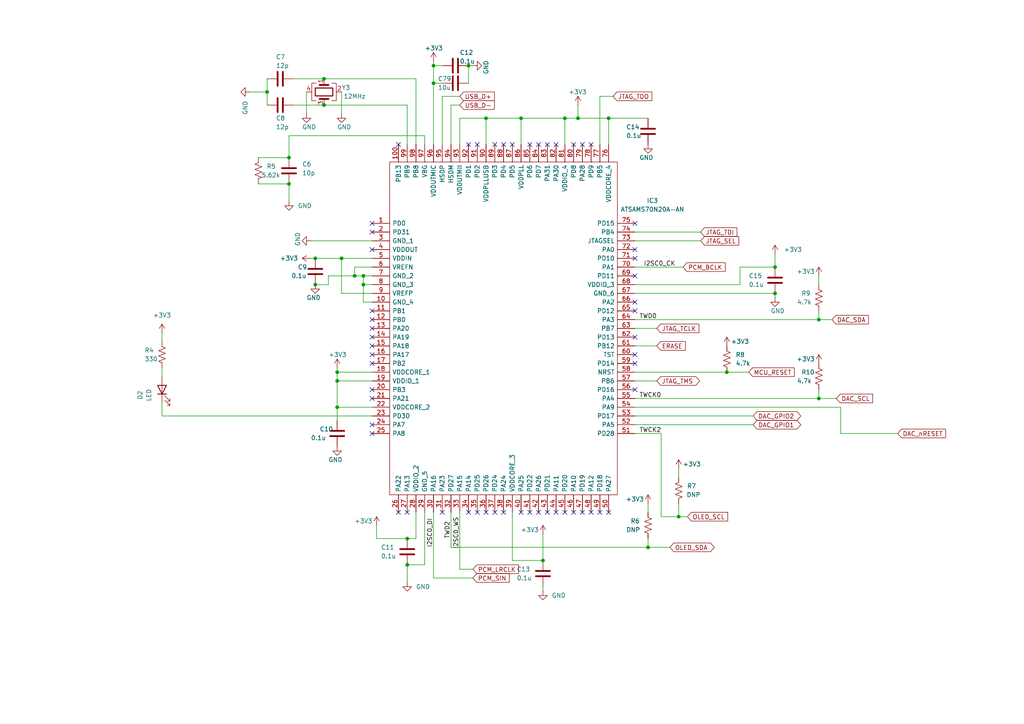
<source format=kicad_sch>
(kicad_sch (version 20211123) (generator eeschema)
  (paper "A4")
  (title_block (title "PIC32 Interface"))
  (lib_symbols
    (symbol "Device:C" (pin_numbers hide) (pin_names (offset 0.254))
      (property "Reference" "C" (at 0.635 2.54 0))
      (property "Value" "C" (at 0.635 -2.54 0))
      (symbol "C_0_1"
        (polyline (pts (xy -2.032 -0.762) (xy 2.032 -0.762)) (stroke (width 0.508)))
        (polyline (pts (xy -2.032 0.762) (xy 2.032 0.762)) (stroke (width 0.508)))
      )
      (symbol "C_1_1"
        (pin passive line (at 0 3.81 270) (length 2.794) (name "~") (number "1"))
        (pin passive line (at 0 -3.81 90) (length 2.794) (name "~") (number "2"))
      )
    )
    (symbol "Device:Crystal_GND24" (pin_names (offset 1.016) hide)
      (property "Reference" "Y" (at 3.175 5.08 0))
      (property "Value" "Crystal_GND24" (at 3.175 3.175 0))
      (symbol "Crystal_GND24_0_1"
        (rectangle (start -1.143 2.54) (end 1.143 -2.54) (stroke (width 0.3048)))
        (polyline (pts (xy -2.54 0) (xy -2.032 0)))
        (polyline (pts (xy -2.032 -1.27) (xy -2.032 1.27)) (stroke (width 0.508)))
        (polyline (pts (xy 0 -3.81) (xy 0 -3.556)))
        (polyline (pts (xy 0 3.556) (xy 0 3.81)))
        (polyline (pts (xy 2.032 -1.27) (xy 2.032 1.27)) (stroke (width 0.508)))
        (polyline (pts (xy 2.032 0) (xy 2.54 0)))
        (polyline (pts (xy -2.54 -2.286) (xy -2.54 -3.556) (xy 2.54 -3.556) (xy 2.54 -2.286)))
        (polyline (pts (xy -2.54 2.286) (xy -2.54 3.556) (xy 2.54 3.556) (xy 2.54 2.286)))
      )
      (symbol "Crystal_GND24_1_1"
        (pin passive line (at -3.81 0 0) (length 1.27) (name "1") (number "1"))
        (pin passive line (at 0 5.08 270) (length 1.27) (name "2") (number "2"))
        (pin passive line (at 3.81 0 180) (length 1.27) (name "3") (number "3"))
        (pin passive line (at 0 -5.08 90) (length 1.27) (name "4") (number "4"))
      )
    )
    (symbol "Device:LED" (pin_numbers hide) (pin_names (offset 1.016) hide)
      (property "Reference" "D" (at 0 2.54 0))
      (property "Value" "LED" (at 0 -2.54 0))
      (symbol "LED_0_1"
        (polyline (pts (xy -1.27 -1.27) (xy -1.27 1.27)) (stroke (width 0.254)))
        (polyline (pts (xy -1.27 0) (xy 1.27 0)))
        (polyline (pts (xy 1.27 -1.27) (xy 1.27 1.27) (xy -1.27 0) (xy 1.27 -1.27)) (stroke (width 0.254)))
        (polyline (pts (xy -3.048 -0.762) (xy -4.572 -2.286) (xy -3.81 -2.286) (xy -4.572 -2.286) (xy -4.572 -1.524)))
        (polyline (pts (xy -1.778 -0.762) (xy -3.302 -2.286) (xy -2.54 -2.286) (xy -3.302 -2.286) (xy -3.302 -1.524)))
      )
      (symbol "LED_1_1"
        (pin passive line (at -3.81 0 0) (length 2.54) (name "K") (number "1"))
        (pin passive line (at 3.81 0 180) (length 2.54) (name "A") (number "2"))
      )
    )
    (symbol "Device:R_US" (pin_numbers hide) (pin_names (offset 0))
      (property "Reference" "R" (at 2.54 0 90))
      (property "Value" "R_US" (at -2.54 0 90))
      (symbol "R_US_0_1"
        (polyline (pts (xy 0 -2.286) (xy 0 -2.54)))
        (polyline (pts (xy 0 2.286) (xy 0 2.54)))
        (polyline (pts (xy 0 -0.762) (xy 1.016 -1.143) (xy 0 -1.524) (xy -1.016 -1.905) (xy 0 -2.286)))
        (polyline (pts (xy 0 0.762) (xy 1.016 0.381) (xy 0 0) (xy -1.016 -0.381) (xy 0 -0.762)))
        (polyline (pts (xy 0 2.286) (xy 1.016 1.905) (xy 0 1.524) (xy -1.016 1.143) (xy 0 0.762)))
      )
      (symbol "R_US_1_1"
        (pin passive line (at 0 3.81 270) (length 1.27) (name "~") (number "1"))
        (pin passive line (at 0 -3.81 90) (length 1.27) (name "~") (number "2"))
      )
    )
    (symbol "SamacSys_Parts:ATSAMS70N20A-AN" (pin_names (offset 0.762))
      (property "Reference" "IC" (at 72.39 22.86 0))
      (property "Value" "ATSAMS70N20A-AN" (at 72.39 20.32 0))
      (symbol "ATSAMS70N20A-AN_0_0"
        (pin passive line (at 0 0 0) (length 5.08) (name "PD0") (number "1"))
        (pin passive line (at 0 -22.86 0) (length 5.08) (name "GND_4") (number "10"))
        (pin passive line (at 7.62 22.86 270) (length 5.08) (name "PB13") (number "100"))
        (pin passive line (at 0 -25.4 0) (length 5.08) (name "PB1") (number "11"))
        (pin passive line (at 0 -27.94 0) (length 5.08) (name "PB0") (number "12"))
        (pin passive line (at 0 -30.48 0) (length 5.08) (name "PA20") (number "13"))
        (pin passive line (at 0 -33.02 0) (length 5.08) (name "PA19") (number "14"))
        (pin passive line (at 0 -35.56 0) (length 5.08) (name "PA18") (number "15"))
        (pin passive line (at 0 -38.1 0) (length 5.08) (name "PA17") (number "16"))
        (pin passive line (at 0 -40.64 0) (length 5.08) (name "PB2") (number "17"))
        (pin passive line (at 0 -43.18 0) (length 5.08) (name "VDDCORE_1") (number "18"))
        (pin passive line (at 0 -45.72 0) (length 5.08) (name "VDDIO_1") (number "19"))
        (pin passive line (at 0 -2.54 0) (length 5.08) (name "PD31") (number "2"))
        (pin passive line (at 0 -48.26 0) (length 5.08) (name "PB3") (number "20"))
        (pin passive line (at 0 -50.8 0) (length 5.08) (name "PA21") (number "21"))
        (pin passive line (at 0 -53.34 0) (length 5.08) (name "VDDCORE_2") (number "22"))
        (pin passive line (at 0 -55.88 0) (length 5.08) (name "PD30") (number "23"))
        (pin passive line (at 0 -58.42 0) (length 5.08) (name "PA7") (number "24"))
        (pin passive line (at 0 -60.96 0) (length 5.08) (name "PA8") (number "25"))
        (pin passive line (at 7.62 -83.82 90) (length 5.08) (name "PA22") (number "26"))
        (pin passive line (at 10.16 -83.82 90) (length 5.08) (name "PA13") (number "27"))
        (pin passive line (at 12.7 -83.82 90) (length 5.08) (name "VDDIO_2") (number "28"))
        (pin passive line (at 15.24 -83.82 90) (length 5.08) (name "GND_5") (number "29"))
        (pin passive line (at 0 -5.08 0) (length 5.08) (name "GND_1") (number "3"))
        (pin passive line (at 17.78 -83.82 90) (length 5.08) (name "PA16") (number "30"))
        (pin passive line (at 20.32 -83.82 90) (length 5.08) (name "PA23") (number "31"))
        (pin passive line (at 22.86 -83.82 90) (length 5.08) (name "PD27") (number "32"))
        (pin passive line (at 25.4 -83.82 90) (length 5.08) (name "PA15") (number "33"))
        (pin passive line (at 27.94 -83.82 90) (length 5.08) (name "PA14") (number "34"))
        (pin passive line (at 30.48 -83.82 90) (length 5.08) (name "PD25") (number "35"))
        (pin passive line (at 33.02 -83.82 90) (length 5.08) (name "PD26") (number "36"))
        (pin passive line (at 35.56 -83.82 90) (length 5.08) (name "PD24") (number "37"))
        (pin passive line (at 38.1 -83.82 90) (length 5.08) (name "PA24") (number "38"))
        (pin passive line (at 40.64 -83.82 90) (length 5.08) (name "VDDCORE_3") (number "39"))
        (pin passive line (at 0 -7.62 0) (length 5.08) (name "VDDOUT") (number "4"))
        (pin passive line (at 43.18 -83.82 90) (length 5.08) (name "PA25") (number "40"))
        (pin passive line (at 45.72 -83.82 90) (length 5.08) (name "PD22") (number "41"))
        (pin passive line (at 48.26 -83.82 90) (length 5.08) (name "PA26") (number "42"))
        (pin passive line (at 50.8 -83.82 90) (length 5.08) (name "PD21") (number "43"))
        (pin passive line (at 53.34 -83.82 90) (length 5.08) (name "PA11") (number "44"))
        (pin passive line (at 55.88 -83.82 90) (length 5.08) (name "PD20") (number "45"))
        (pin passive line (at 58.42 -83.82 90) (length 5.08) (name "PA10") (number "46"))
        (pin passive line (at 60.96 -83.82 90) (length 5.08) (name "PD19") (number "47"))
        (pin passive line (at 63.5 -83.82 90) (length 5.08) (name "PA12") (number "48"))
        (pin passive line (at 66.04 -83.82 90) (length 5.08) (name "PD18") (number "49"))
        (pin passive line (at 0 -10.16 0) (length 5.08) (name "VDDIN") (number "5"))
        (pin passive line (at 68.58 -83.82 90) (length 5.08) (name "PA27") (number "50"))
        (pin passive line (at 76.2 -60.96 180) (length 5.08) (name "PD28") (number "51"))
        (pin passive line (at 76.2 -58.42 180) (length 5.08) (name "PA5") (number "52"))
        (pin passive line (at 76.2 -55.88 180) (length 5.08) (name "PD17") (number "53"))
        (pin passive line (at 76.2 -53.34 180) (length 5.08) (name "PA9") (number "54"))
        (pin passive line (at 76.2 -50.8 180) (length 5.08) (name "PA4") (number "55"))
        (pin passive line (at 76.2 -48.26 180) (length 5.08) (name "PD16") (number "56"))
        (pin passive line (at 76.2 -45.72 180) (length 5.08) (name "PB6") (number "57"))
        (pin passive line (at 76.2 -43.18 180) (length 5.08) (name "NRST") (number "58"))
        (pin passive line (at 76.2 -40.64 180) (length 5.08) (name "PD14") (number "59"))
        (pin passive line (at 0 -12.7 0) (length 5.08) (name "VREFN") (number "6"))
        (pin passive line (at 76.2 -38.1 180) (length 5.08) (name "TST") (number "60"))
        (pin passive line (at 76.2 -35.56 180) (length 5.08) (name "PB12") (number "61"))
        (pin passive line (at 76.2 -33.02 180) (length 5.08) (name "PD13") (number "62"))
        (pin passive line (at 76.2 -30.48 180) (length 5.08) (name "PB7") (number "63"))
        (pin passive line (at 76.2 -27.94 180) (length 5.08) (name "PA3") (number "64"))
        (pin passive line (at 76.2 -25.4 180) (length 5.08) (name "PD12") (number "65"))
        (pin passive line (at 76.2 -22.86 180) (length 5.08) (name "PA2") (number "66"))
        (pin passive line (at 76.2 -20.32 180) (length 5.08) (name "GND_6") (number "67"))
        (pin passive line (at 76.2 -17.78 180) (length 5.08) (name "VDDIO_3") (number "68"))
        (pin passive line (at 76.2 -15.24 180) (length 5.08) (name "PD11") (number "69"))
        (pin passive line (at 0 -15.24 0) (length 5.08) (name "GND_2") (number "7"))
        (pin passive line (at 76.2 -12.7 180) (length 5.08) (name "PA1") (number "70"))
        (pin passive line (at 76.2 -10.16 180) (length 5.08) (name "PD10") (number "71"))
        (pin passive line (at 76.2 -7.62 180) (length 5.08) (name "PA0") (number "72"))
        (pin passive line (at 76.2 -5.08 180) (length 5.08) (name "JTAGSEL") (number "73"))
        (pin passive line (at 76.2 -2.54 180) (length 5.08) (name "PB4") (number "74"))
        (pin passive line (at 76.2 0 180) (length 5.08) (name "PD15") (number "75"))
        (pin passive line (at 68.58 22.86 270) (length 5.08) (name "VDDCORE_4") (number "76"))
        (pin passive line (at 66.04 22.86 270) (length 5.08) (name "PB5") (number "77"))
        (pin passive line (at 63.5 22.86 270) (length 5.08) (name "PD9") (number "78"))
        (pin passive line (at 60.96 22.86 270) (length 5.08) (name "PA28") (number "79"))
        (pin passive line (at 0 -17.78 0) (length 5.08) (name "GND_3") (number "8"))
        (pin passive line (at 58.42 22.86 270) (length 5.08) (name "PD8") (number "80"))
        (pin passive line (at 55.88 22.86 270) (length 5.08) (name "VDDIO_4") (number "81"))
        (pin passive line (at 53.34 22.86 270) (length 5.08) (name "PA30") (number "82"))
        (pin passive line (at 50.8 22.86 270) (length 5.08) (name "PA31") (number "83"))
        (pin passive line (at 48.26 22.86 270) (length 5.08) (name "PD7") (number "84"))
        (pin passive line (at 45.72 22.86 270) (length 5.08) (name "PD6") (number "85"))
        (pin passive line (at 43.18 22.86 270) (length 5.08) (name "VDDPLL") (number "86"))
        (pin passive line (at 40.64 22.86 270) (length 5.08) (name "PD5") (number "87"))
        (pin passive line (at 38.1 22.86 270) (length 5.08) (name "PD4") (number "88"))
        (pin passive line (at 35.56 22.86 270) (length 5.08) (name "PD3") (number "89"))
        (pin passive line (at 0 -20.32 0) (length 5.08) (name "VREFP") (number "9"))
        (pin passive line (at 33.02 22.86 270) (length 5.08) (name "VDDPLLUSB") (number "90"))
        (pin passive line (at 30.48 22.86 270) (length 5.08) (name "PD2") (number "91"))
        (pin passive line (at 27.94 22.86 270) (length 5.08) (name "PD1") (number "92"))
        (pin passive line (at 25.4 22.86 270) (length 5.08) (name "VDDUTMII") (number "93"))
        (pin passive line (at 22.86 22.86 270) (length 5.08) (name "HSDM") (number "94"))
        (pin passive line (at 20.32 22.86 270) (length 5.08) (name "HSDP") (number "95"))
        (pin passive line (at 17.78 22.86 270) (length 5.08) (name "VDDUTMIC") (number "96"))
        (pin passive line (at 15.24 22.86 270) (length 5.08) (name "VBG") (number "97"))
        (pin passive line (at 12.7 22.86 270) (length 5.08) (name "PB8") (number "98"))
        (pin passive line (at 10.16 22.86 270) (length 5.08) (name "PB9") (number "99"))
      )
      (symbol "ATSAMS70N20A-AN_0_1"
        (polyline (pts (xy 5.08 17.78) (xy 71.12 17.78) (xy 71.12 -78.74) (xy 5.08 -78.74) (xy 5.08 17.78)) (stroke (width 0.1524)))
      )
    )
    (symbol "power:+3.3V" (power) (pin_names (offset 0))
      (property "Value" "+3.3V" (at 0 3.556 0))
      (symbol "+3.3V_0_1"
        (polyline (pts (xy -0.762 1.27) (xy 0 2.54)))
        (polyline (pts (xy 0 0) (xy 0 2.54)))
        (polyline (pts (xy 0 2.54) (xy 0.762 1.27)))
      )
      (symbol "+3.3V_1_1"
        (pin power_in line (at 0 0 90) (length 0) hide (name "+3V3") (number "1"))
      )
    )
    (symbol "power:GND" (power) (pin_names (offset 0))
      (property "Value" "GND" (at 0 -3.81 0))
      (symbol "GND_0_1"
        (polyline (pts (xy 0 0) (xy 0 -1.27) (xy 1.27 -1.27) (xy 0 -2.54) (xy -1.27 -1.27) (xy 0 -1.27)))
      )
      (symbol "GND_1_1"
        (pin power_in line (at 0 0 270) (length 0) hide (name "GND") (number "1"))
      )
    )
  )
  (junction (at 102.87 80.01))
  (junction (at 167.64 34.29))
  (junction (at 196.85 149.86))
  (junction (at 93.98 22.86))
  (junction (at 105.41 82.55))
  (junction (at 118.11 163.83))
  (junction (at 105.41 80.01))
  (junction (at 97.79 110.49))
  (junction (at 224.79 77.47))
  (junction (at 163.83 34.29))
  (junction (at 125.73 19.05))
  (junction (at 97.79 118.11))
  (junction (at 125.73 24.13))
  (junction (at 135.89 19.05))
  (junction (at 237.49 115.57))
  (junction (at 157.48 162.56))
  (junction (at 176.53 34.29))
  (junction (at 187.96 158.75))
  (junction (at 83.82 53.34))
  (junction (at 237.49 92.71))
  (junction (at 83.82 45.72))
  (junction (at 77.47 26.67))
  (junction (at 224.79 85.09))
  (junction (at 140.97 34.29))
  (junction (at 99.06 74.93))
  (junction (at 91.44 74.93))
  (junction (at 118.11 156.21))
  (junction (at 97.79 107.95))
  (junction (at 210.82 107.95))
  (junction (at 93.98 30.48))
  (junction (at 91.44 82.55))
  (junction (at 151.13 34.29))
  (no_connect (at 107.95 125.73))
  (no_connect (at 107.95 123.19))
  (no_connect (at 107.95 100.33))
  (no_connect (at 107.95 92.71))
  (no_connect (at 107.95 115.57))
  (no_connect (at 107.95 105.41))
  (no_connect (at 107.95 102.87))
  (no_connect (at 107.95 95.25))
  (no_connect (at 107.95 97.79))
  (no_connect (at 115.57 41.91))
  (no_connect (at 107.95 64.77))
  (no_connect (at 107.95 67.31))
  (no_connect (at 161.29 41.91))
  (no_connect (at 158.75 41.91))
  (no_connect (at 153.67 41.91))
  (no_connect (at 138.43 41.91))
  (no_connect (at 171.45 41.91))
  (no_connect (at 168.91 41.91))
  (no_connect (at 166.37 41.91))
  (no_connect (at 184.15 64.77))
  (no_connect (at 184.15 90.17))
  (no_connect (at 156.21 41.91))
  (no_connect (at 148.59 41.91))
  (no_connect (at 146.05 41.91))
  (no_connect (at 143.51 41.91))
  (no_connect (at 135.89 41.91))
  (no_connect (at 184.15 80.01))
  (no_connect (at 184.15 87.63))
  (no_connect (at 184.15 72.39))
  (no_connect (at 184.15 74.93))
  (no_connect (at 161.29 148.59))
  (no_connect (at 158.75 148.59))
  (no_connect (at 156.21 148.59))
  (no_connect (at 153.67 148.59))
  (no_connect (at 151.13 148.59))
  (no_connect (at 163.83 148.59))
  (no_connect (at 168.91 148.59))
  (no_connect (at 166.37 148.59))
  (no_connect (at 176.53 148.59))
  (no_connect (at 173.99 148.59))
  (no_connect (at 171.45 148.59))
  (no_connect (at 184.15 102.87))
  (no_connect (at 184.15 97.79))
  (no_connect (at 184.15 105.41))
  (no_connect (at 184.15 113.03))
  (no_connect (at 140.97 148.59))
  (no_connect (at 143.51 148.59))
  (no_connect (at 146.05 148.59))
  (no_connect (at 107.95 90.17))
  (no_connect (at 107.95 72.39))
  (no_connect (at 135.89 148.59))
  (no_connect (at 128.27 148.59))
  (no_connect (at 118.11 148.59))
  (no_connect (at 115.57 148.59))
  (no_connect (at 138.43 148.59))
  (no_connect (at 107.95 113.03))
  (wire (pts (xy 128.27 27.94) (xy 133.35 27.94)))
  (wire (pts (xy 102.87 77.47) (xy 102.87 80.01)))
  (wire (pts (xy 109.22 156.21) (xy 109.22 152.4)))
  (wire (pts (xy 224.79 73.66) (xy 224.79 77.47)))
  (wire (pts (xy 88.9 26.67) (xy 88.9 33.02)))
  (wire (pts (xy 184.15 118.11) (xy 243.84 118.11)))
  (wire (pts (xy 90.17 74.93) (xy 91.44 74.93)))
  (wire (pts (xy 120.65 22.86) (xy 120.65 41.91)))
  (wire (pts (xy 151.13 34.29) (xy 151.13 41.91)))
  (wire (pts (xy 237.49 115.57) (xy 242.57 115.57)))
  (wire (pts (xy 97.79 106.68) (xy 97.79 107.95)))
  (wire (pts (xy 184.15 107.95) (xy 210.82 107.95)))
  (wire (pts (xy 93.98 22.86) (xy 85.09 22.86)))
  (wire (pts (xy 184.15 115.57) (xy 237.49 115.57)))
  (wire (pts (xy 167.64 30.48) (xy 167.64 34.29)))
  (wire (pts (xy 99.06 26.67) (xy 99.06 33.02)))
  (wire (pts (xy 187.96 146.05) (xy 187.96 148.59)))
  (wire (pts (xy 74.93 53.34) (xy 83.82 53.34)))
  (wire (pts (xy 137.16 167.64) (xy 125.73 167.64)))
  (wire (pts (xy 133.35 165.1) (xy 137.16 165.1)))
  (wire (pts (xy 74.93 45.72) (xy 83.82 45.72)))
  (wire (pts (xy 133.35 34.29) (xy 133.35 41.91)))
  (wire (pts (xy 184.15 82.55) (xy 214.63 82.55)))
  (wire (pts (xy 107.95 77.47) (xy 102.87 77.47)))
  (wire (pts (xy 46.99 116.84) (xy 46.99 120.65)))
  (wire (pts (xy 191.77 125.73) (xy 191.77 149.86)))
  (wire (pts (xy 184.15 92.71) (xy 237.49 92.71)))
  (wire (pts (xy 93.98 30.48) (xy 118.11 30.48)))
  (wire (pts (xy 184.15 120.65) (xy 218.44 120.65)))
  (wire (pts (xy 123.19 163.83) (xy 118.11 163.83)))
  (wire (pts (xy 243.84 125.73) (xy 260.35 125.73)))
  (wire (pts (xy 163.83 34.29) (xy 167.64 34.29)))
  (wire (pts (xy 191.77 149.86) (xy 196.85 149.86)))
  (wire (pts (xy 184.15 110.49) (xy 190.5 110.49)))
  (wire (pts (xy 123.19 41.91) (xy 123.19 39.37)))
  (wire (pts (xy 196.85 146.05) (xy 196.85 149.86)))
  (wire (pts (xy 102.87 80.01) (xy 95.25 80.01)))
  (wire (pts (xy 151.13 34.29) (xy 163.83 34.29)))
  (wire (pts (xy 214.63 82.55) (xy 214.63 77.47)))
  (wire (pts (xy 105.41 80.01) (xy 102.87 80.01)))
  (wire (pts (xy 90.17 69.85) (xy 107.95 69.85)))
  (wire (pts (xy 157.48 171.45) (xy 157.48 170.18)))
  (wire (pts (xy 97.79 110.49) (xy 97.79 118.11)))
  (wire (pts (xy 187.96 156.21) (xy 187.96 158.75)))
  (wire (pts (xy 128.27 19.05) (xy 125.73 19.05)))
  (wire (pts (xy 46.99 106.68) (xy 46.99 109.22)))
  (wire (pts (xy 99.06 74.93) (xy 107.95 74.93)))
  (wire (pts (xy 130.81 158.75) (xy 130.81 148.59)))
  (wire (pts (xy 140.97 34.29) (xy 140.97 41.91)))
  (wire (pts (xy 130.81 158.75) (xy 187.96 158.75)))
  (wire (pts (xy 163.83 34.29) (xy 163.83 41.91)))
  (wire (pts (xy 46.99 96.52) (xy 46.99 99.06)))
  (wire (pts (xy 125.73 24.13) (xy 125.73 41.91)))
  (wire (pts (xy 83.82 39.37) (xy 83.82 45.72)))
  (wire (pts (xy 77.47 26.67) (xy 77.47 30.48)))
  (wire (pts (xy 176.53 34.29) (xy 176.53 41.91)))
  (wire (pts (xy 95.25 80.01) (xy 95.25 82.55)))
  (wire (pts (xy 237.49 92.71) (xy 241.3 92.71)))
  (wire (pts (xy 125.73 167.64) (xy 125.73 148.59)))
  (wire (pts (xy 107.95 87.63) (xy 105.41 87.63)))
  (wire (pts (xy 173.99 41.91) (xy 173.99 27.94)))
  (wire (pts (xy 237.49 80.01) (xy 237.49 82.55)))
  (wire (pts (xy 214.63 77.47) (xy 224.79 77.47)))
  (wire (pts (xy 148.59 162.56) (xy 157.48 162.56)))
  (wire (pts (xy 93.98 22.86) (xy 120.65 22.86)))
  (wire (pts (xy 125.73 19.05) (xy 125.73 24.13)))
  (wire (pts (xy 137.16 19.05) (xy 135.89 19.05)))
  (wire (pts (xy 133.35 34.29) (xy 140.97 34.29)))
  (wire (pts (xy 210.82 107.95) (xy 217.17 107.95)))
  (wire (pts (xy 77.47 22.86) (xy 77.47 26.67)))
  (wire (pts (xy 123.19 148.59) (xy 123.19 163.83)))
  (wire (pts (xy 184.15 85.09) (xy 224.79 85.09)))
  (wire (pts (xy 184.15 95.25) (xy 190.5 95.25)))
  (wire (pts (xy 107.95 82.55) (xy 105.41 82.55)))
  (wire (pts (xy 148.59 148.59) (xy 148.59 162.56)))
  (wire (pts (xy 77.47 26.67) (xy 72.39 26.67)))
  (wire (pts (xy 237.49 90.17) (xy 237.49 92.71)))
  (wire (pts (xy 105.41 87.63) (xy 105.41 82.55)))
  (wire (pts (xy 95.25 82.55) (xy 91.44 82.55)))
  (wire (pts (xy 120.65 156.21) (xy 118.11 156.21)))
  (wire (pts (xy 107.95 85.09) (xy 99.06 85.09)))
  (wire (pts (xy 118.11 163.83) (xy 118.11 168.91)))
  (wire (pts (xy 107.95 80.01) (xy 105.41 80.01)))
  (wire (pts (xy 105.41 82.55) (xy 105.41 80.01)))
  (wire (pts (xy 97.79 107.95) (xy 107.95 107.95)))
  (wire (pts (xy 184.15 123.19) (xy 218.44 123.19)))
  (wire (pts (xy 130.81 30.48) (xy 130.81 41.91)))
  (wire (pts (xy 83.82 53.34) (xy 83.82 58.42)))
  (wire (pts (xy 125.73 17.78) (xy 125.73 19.05)))
  (wire (pts (xy 128.27 41.91) (xy 128.27 27.94)))
  (wire (pts (xy 194.31 158.75) (xy 187.96 158.75)))
  (wire (pts (xy 97.79 118.11) (xy 107.95 118.11)))
  (wire (pts (xy 176.53 34.29) (xy 187.96 34.29)))
  (wire (pts (xy 125.73 24.13) (xy 128.27 24.13)))
  (wire (pts (xy 184.15 125.73) (xy 191.77 125.73)))
  (wire (pts (xy 196.85 149.86) (xy 199.39 149.86)))
  (wire (pts (xy 107.95 120.65) (xy 46.99 120.65)))
  (wire (pts (xy 184.15 69.85) (xy 203.2 69.85)))
  (wire (pts (xy 97.79 118.11) (xy 97.79 121.92)))
  (wire (pts (xy 133.35 148.59) (xy 133.35 165.1)))
  (wire (pts (xy 93.98 30.48) (xy 85.09 30.48)))
  (wire (pts (xy 184.15 100.33) (xy 190.5 100.33)))
  (wire (pts (xy 91.44 74.93) (xy 99.06 74.93)))
  (wire (pts (xy 237.49 113.03) (xy 237.49 115.57)))
  (wire (pts (xy 118.11 156.21) (xy 109.22 156.21)))
  (wire (pts (xy 120.65 148.59) (xy 120.65 156.21)))
  (wire (pts (xy 123.19 39.37) (xy 83.82 39.37)))
  (wire (pts (xy 157.48 154.94) (xy 157.48 162.56)))
  (wire (pts (xy 196.85 135.89) (xy 196.85 138.43)))
  (wire (pts (xy 135.89 19.05) (xy 135.89 24.13)))
  (wire (pts (xy 99.06 85.09) (xy 99.06 74.93)))
  (wire (pts (xy 140.97 34.29) (xy 151.13 34.29)))
  (wire (pts (xy 173.99 27.94) (xy 177.8 27.94)))
  (wire (pts (xy 97.79 110.49) (xy 107.95 110.49)))
  (wire (pts (xy 97.79 107.95) (xy 97.79 110.49)))
  (wire (pts (xy 167.64 34.29) (xy 176.53 34.29)))
  (wire (pts (xy 133.35 30.48) (xy 130.81 30.48)))
  (wire (pts (xy 243.84 118.11) (xy 243.84 125.73)))
  (wire (pts (xy 224.79 85.09) (xy 224.79 86.36)))
  (wire (pts (xy 118.11 30.48) (xy 118.11 41.91)))
  (wire (pts (xy 184.15 67.31) (xy 203.2 67.31)))
  (wire (pts (xy 184.15 77.47) (xy 198.12 77.47)))
  (label "I2SC0_CK" (at 186.69 77.47 0))
  (label "TWCK2" (at 185.42 125.73 0))
  (label "TWD2" (at 130.81 156.21 90))
  (label "TWCK0" (at 185.42 115.57 0))
  (label "TWD0" (at 185.42 92.71 0))
  (label "I2SC0_WS" (at 133.35 149.86 270))
  (label "I2SC0_DI" (at 125.73 158.75 90))
  (global_label "DAC_nRESET" (shape input) (at 260.35 125.73 0) (property "Intersheet References" "${INTERSHEET_REFS}" (effects hide)))
  (global_label "JTAG_SEL" (shape input) (at 203.2 69.85 0) (property "Intersheet References" "${INTERSHEET_REFS}" (effects hide)))
  (global_label "USB_D-" (shape input) (at 133.35 30.48 0) (property "Intersheet References" "${INTERSHEET_REFS}" (effects hide)))
  (global_label "JTAG_TCLK" (shape input) (at 190.5 95.25 0) (property "Intersheet References" "${INTERSHEET_REFS}" (effects hide)))
  (global_label "DAC_SDA" (shape input) (at 241.3 92.71 0) (property "Intersheet References" "${INTERSHEET_REFS}" (effects hide)))
  (global_label "PCM_BCLK" (shape input) (at 198.12 77.47 0) (property "Intersheet References" "${INTERSHEET_REFS}" (effects hide)))
  (global_label "JTAG_TDO" (shape input) (at 177.8 27.94 0) (property "Intersheet References" "${INTERSHEET_REFS}" (effects hide)))
  (global_label "MCU_RESET" (shape input) (at 217.17 107.95 0) (property "Intersheet References" "${INTERSHEET_REFS}" (effects hide)))
  (global_label "ERASE" (shape input) (at 190.5 100.33 0) (property "Intersheet References" "${INTERSHEET_REFS}" (effects hide)))
  (global_label "DAC_GPIO2" (shape bidirectional) (at 218.44 120.65 0) (property "Intersheet References" "${INTERSHEET_REFS}" (effects hide)))
  (global_label "OLED_SCL" (shape input) (at 199.39 149.86 0) (property "Intersheet References" "${INTERSHEET_REFS}" (effects hide)))
  (global_label "JTAG_TDI" (shape input) (at 203.2 67.31 0) (property "Intersheet References" "${INTERSHEET_REFS}" (effects hide)))
  (global_label "PCM_LRCLK" (shape input) (at 137.16 165.1 0) (property "Intersheet References" "${INTERSHEET_REFS}" (effects hide)))
  (global_label "OLED_SDA" (shape bidirectional) (at 194.31 158.75 0) (property "Intersheet References" "${INTERSHEET_REFS}" (effects hide)))
  (global_label "JTAG_TMS" (shape bidirectional) (at 190.5 110.49 0) (property "Intersheet References" "${INTERSHEET_REFS}" (effects hide)))
  (global_label "DAC_SCL" (shape input) (at 242.57 115.57 0) (property "Intersheet References" "${INTERSHEET_REFS}" (effects hide)))
  (global_label "PCM_SIN" (shape input) (at 137.16 167.64 0) (property "Intersheet References" "${INTERSHEET_REFS}" (effects hide)))
  (global_label "USB_D+" (shape input) (at 133.35 27.94 0) (property "Intersheet References" "${INTERSHEET_REFS}" (effects hide)))
  (global_label "DAC_GPIO1" (shape bidirectional) (at 218.44 123.19 0) (property "Intersheet References" "${INTERSHEET_REFS}" (effects hide)))
  (symbol (lib_id "power:+3.3V") (at 97.79 106.68 0) (unit 1)
    (property "Reference" "#PWR0139" (effects hide))
    (property "Value" "+3.3V" (at 95.25 102.87 0) (effects (justify left)))
  )
  (symbol (lib_id "Device:C") (at 97.79 125.73 0) (unit 1)
    (property "Reference" "C10" (at 92.71 124.46 0) (effects (justify left)))
    (property "Value" "0.1u" (at 90.17 127 0) (effects (justify left)))
    (property "Footprint" "Capacitor_SMD:C_0805_2012Metric_Pad1.18x1.45mm_HandSolder" (effects hide))
    (property "Part Number" "CL21B104KBCNFNC" (effects hide))
    (property "Mouser Part Number" "187-CL21B104KBCNFNC" (effects hide))
  )
  (symbol (lib_id "Device:R_US") (at 210.82 104.14 0) (unit 1)
    (property "Reference" "R8" (at 213.36 102.8699 0) (effects (justify left)))
    (property "Value" "4.7k" (at 213.36 105.4099 0) (effects (justify left)))
    (property "Footprint" "Resistor_SMD:R_0805_2012Metric_Pad1.20x1.40mm_HandSolder" (effects hide))
    (property "Part Number" "ERJ-P06J472V" (effects hide))
    (property "Mouser Part Number" "667-ERJ-P06J472V" (effects hide))
  )
  (symbol (lib_id "power:GND") (at 187.96 41.91 0) (unit 1)
    (property "Reference" "#PWR0116" (effects hide))
    (property "Value" "GND" (at 185.42 45.72 0) (effects (justify left)))
  )
  (symbol (lib_id "Device:C") (at 132.08 19.05 270) (unit 1)
    (property "Reference" "C12" (at 133.35 15.24 90) (effects (justify left)))
    (property "Value" "0.1u" (at 133.35 17.78 90) (effects (justify left)))
    (property "Footprint" "Capacitor_SMD:C_0805_2012Metric_Pad1.18x1.45mm_HandSolder" (effects hide))
    (property "Part Number" "CL21B104KBCNFNC" (effects hide))
    (property "Mouser Part Number" "187-CL21B104KBCNFNC" (effects hide))
  )
  (symbol (lib_id "Device:C") (at 224.79 81.28 0) (unit 1)
    (property "Reference" "C15" (at 217.17 80.01 0) (effects (justify left)))
    (property "Value" "0.1u" (at 217.17 82.55 0) (effects (justify left)))
    (property "Footprint" "Capacitor_SMD:C_0805_2012Metric_Pad1.18x1.45mm_HandSolder" (effects hide))
    (property "Part Number" "CL21B104KBCNFNC" (effects hide))
    (property "Mouser Part Number" "187-CL21B104KBCNFNC" (effects hide))
  )
  (symbol (lib_id "power:+3.3V") (at 157.48 154.94 0) (mirror y) (unit 1)
    (property "Reference" "#PWR0119" (effects hide))
    (property "Value" "+3.3V" (at 153.67 153.67 0))
  )
  (symbol (lib_id "Device:R_US") (at 187.96 152.4 0) (unit 1)
    (property "Reference" "R6" (at 182.88 151.13 0) (effects (justify left)))
    (property "Value" "DNP" (at 181.61 153.67 0) (effects (justify left)))
    (property "Footprint" "Resistor_SMD:R_0805_2012Metric_Pad1.20x1.40mm_HandSolder" (effects hide))
  )
  (symbol (lib_id "power:+3.3V") (at 210.82 100.33 0) (unit 1)
    (property "Reference" "#PWR0129" (effects hide))
    (property "Value" "+3.3V" (at 214.63 99.06 0))
  )
  (symbol (lib_id "power:+3.3V") (at 237.49 80.01 0) (unit 1)
    (property "Reference" "#PWR0127" (effects hide))
    (property "Value" "+3.3V" (at 233.68 78.74 0))
  )
  (symbol (lib_id "power:+3.3V") (at 224.79 73.66 0) (unit 1)
    (property "Reference" "#PWR0130" (effects hide))
    (property "Value" "+3.3V" (at 227.33 72.3899 0) (effects (justify left)))
  )
  (symbol (lib_id "power:GND") (at 137.16 19.05 90) (unit 1)
    (property "Reference" "#PWR0136" (effects hide))
    (property "Value" "GND" (at 140.97 21.59 0) (effects (justify left)))
  )
  (symbol (lib_id "power:GND") (at 83.82 58.42 0) (unit 1)
    (property "Reference" "#PWR0123" (effects hide))
    (property "Value" "GND" (at 86.36 59.6899 0) (effects (justify left)))
  )
  (symbol (lib_id "Device:C") (at 81.28 30.48 270) (unit 1)
    (property "Reference" "C8" (at 80.01 34.29 90) (effects (justify left)))
    (property "Value" "12p" (at 80.01 36.83 90) (effects (justify left)))
    (property "Footprint" "Capacitor_SMD:C_0805_2012Metric_Pad1.18x1.45mm_HandSolder" (effects hide))
    (property "Part Number" "C0805C120J8GACTU" (effects hide))
    (property "Mouser Part Number" "80-C0805C120J8G" (effects hide))
  )
  (symbol (lib_id "Device:C") (at 118.11 160.02 0) (unit 1)
    (property "Reference" "C11" (at 110.49 158.75 0) (effects (justify left)))
    (property "Value" "0.1u" (at 110.49 161.29 0) (effects (justify left)))
    (property "Footprint" "Capacitor_SMD:C_0805_2012Metric_Pad1.18x1.45mm_HandSolder" (effects hide))
    (property "Part Number" "CL21B104KBCNFNC" (effects hide))
    (property "Mouser Part Number" "187-CL21B104KBCNFNC" (effects hide))
  )
  (symbol (lib_id "power:GND") (at 97.79 129.54 0) (unit 1)
    (property "Reference" "#PWR0137" (effects hide))
    (property "Value" "GND" (at 95.25 133.35 0) (effects (justify left)))
  )
  (symbol (lib_id "Device:C") (at 83.82 49.53 0) (unit 1)
    (property "Reference" "C6" (at 87.63 47.6249 0) (effects (justify left)))
    (property "Value" "10p" (at 87.63 50.1649 0) (effects (justify left)))
    (property "Footprint" "Capacitor_SMD:C_0805_2012Metric_Pad1.18x1.45mm_HandSolder" (effects hide))
    (property "Part Number" "VJ0805A100GXJCW1BC" (effects hide))
    (property "Mouser Part Number" "77-VJ0805A100GXJCBC" (effects hide))
  )
  (symbol (lib_id "power:GND") (at 90.17 69.85 270) (unit 1)
    (property "Reference" "#PWR0126" (effects hide))
    (property "Value" "GND" (at 86.36 67.31 0) (effects (justify left)))
  )
  (symbol (lib_id "Device:C") (at 81.28 22.86 270) (unit 1)
    (property "Reference" "C7" (at 80.01 16.51 90) (effects (justify left)))
    (property "Value" "12p" (at 80.01 19.05 90) (effects (justify left)))
    (property "Footprint" "Capacitor_SMD:C_0805_2012Metric_Pad1.18x1.45mm_HandSolder" (effects hide))
    (property "Part Number" "C0805C120J8GACTU" (effects hide))
    (property "Mouser Part Number" "80-C0805C120J8G" (effects hide))
  )
  (symbol (lib_id "power:+3.3V") (at 125.73 17.78 0) (unit 1)
    (property "Reference" "#PWR0135" (effects hide))
    (property "Value" "+3.3V" (at 123.19 13.97 0) (effects (justify left)))
  )
  (symbol (lib_id "power:+3.3V") (at 187.96 146.05 0) (unit 1)
    (property "Reference" "#PWR0117" (effects hide))
    (property "Value" "+3.3V" (at 184.15 144.78 0))
  )
  (symbol (lib_id "Device:R_US") (at 196.85 142.24 0) (mirror y) (unit 1)
    (property "Reference" "R7" (at 201.93 140.97 0) (effects (justify left)))
    (property "Value" "DNP" (at 203.2 143.51 0) (effects (justify left)))
    (property "Footprint" "Resistor_SMD:R_0805_2012Metric_Pad1.20x1.40mm_HandSolder" (effects hide))
  )
  (symbol (lib_id "Device:C") (at 132.08 24.13 270) (unit 1)
    (property "Reference" "C79" (at 127 22.86 90) (effects (justify left)))
    (property "Value" "10u" (at 127 25.4 90) (effects (justify left)))
    (property "Footprint" "Capacitor_SMD:C_0805_2012Metric_Pad1.18x1.45mm_HandSolder" (effects hide))
    (property "Part Number" "LMK212ABJ106KG8T" (effects hide))
    (property "Mouser Part Number" "963-LMK212ABJ106KG8T" (effects hide))
  )
  (symbol (lib_id "power:GND") (at 99.06 33.02 0) (unit 1)
    (property "Reference" "#PWR03" (effects hide))
    (property "Value" "GND" (at 97.79 36.83 0) (effects (justify left)))
  )
  (symbol (lib_id "Device:LED") (at 46.99 113.03 90) (unit 1)
    (property "Reference" "D2" (at 40.64 114.6175 0))
    (property "Value" "LED" (at 43.18 114.6175 0))
    (property "Footprint" "LED_SMD:LED_0805_2012Metric_Pad1.15x1.40mm_HandSolder" (effects hide))
    (property "Part Number" "SM0805PGC" (effects hide))
    (property "Mouser Part Number" "749-SM0805PGC" (effects hide))
  )
  (symbol (lib_id "Device:C") (at 157.48 166.37 0) (unit 1)
    (property "Reference" "C13" (at 149.86 165.1 0) (effects (justify left)))
    (property "Value" "0.1u" (at 149.86 167.64 0) (effects (justify left)))
    (property "Footprint" "Capacitor_SMD:C_0805_2012Metric_Pad1.18x1.45mm_HandSolder" (effects hide))
    (property "Part Number" "CL21B104KBCNFNC" (effects hide))
    (property "Mouser Part Number" "187-CL21B104KBCNFNC" (effects hide))
  )
  (symbol (lib_id "power:GND") (at 118.11 168.91 0) (unit 1)
    (property "Reference" "#PWR0120" (effects hide))
    (property "Value" "GND" (at 120.65 170.1799 0) (effects (justify left)))
  )
  (symbol (lib_id "Device:C") (at 187.96 38.1 0) (unit 1)
    (property "Reference" "C14" (at 181.61 36.83 0) (effects (justify left)))
    (property "Value" "0.1u" (at 181.61 39.37 0) (effects (justify left)))
    (property "Footprint" "Capacitor_SMD:C_0805_2012Metric_Pad1.18x1.45mm_HandSolder" (effects hide))
    (property "Part Number" "CL21B104KBCNFNC" (effects hide))
    (property "Mouser Part Number" "187-CL21B104KBCNFNC" (effects hide))
  )
  (symbol (lib_id "power:GND") (at 224.79 86.36 0) (unit 1)
    (property "Reference" "#PWR0131" (effects hide))
    (property "Value" "GND" (at 223.52 90.17 0) (effects (justify left)))
  )
  (symbol (lib_id "SamacSys_Parts:ATSAMS70N20A-AN") (at 107.95 64.77 0) (unit 1)
    (property "Reference" "IC3" (at 189.23 58.1912 0))
    (property "Value" "ATSAMS70N20A-AN" (at 189.23 60.7312 0))
    (property "Footprint" "SamacSys_Parts:QFP50P1600X1600X160-100N" (effects hide))
    (property "Datasheet" "https://ww1.microchip.com/downloads/en/DeviceDoc/SAM-E70-S70-V70-V71-Family-Data-Sheet-DS60001527E.pdf" (effects hide))
    (property "Description" "ARM Microcontrollers - MCU CM7,1024kB Flash,384kB SRAM,LQFP100" (effects hide))
    (property "Height" "1.6" (effects hide))
    (property "Manufacturer_Name" "Microchip" (effects hide))
    (property "Manufacturer_Part_Number" "ATSAMS70N20A-AN" (effects hide))
    (property "Mouser Part Number" "556-ATSAMS70N20A-AN" (effects hide))
    (property "Mouser Price/Stock" "https://www.mouser.co.uk/ProductDetail/Microchip-Technology-Atmel/ATSAMS70N20A-AN?qs=nZCw0MZkbzalxY6TU14HGg%3D%3D" (effects hide))
    (property "Arrow Part Number" "ATSAMS70N20A-AN" (effects hide))
    (property "Arrow Price/Stock" "https://www.arrow.com/en/products/atsams70n20a-an/microchip-technology" (effects hide))
  )
  (symbol (lib_id "power:+3.3V") (at 167.64 30.48 0) (mirror y) (unit 1)
    (property "Reference" "#PWR0134" (effects hide))
    (property "Value" "+3.3V" (at 170.18 26.67 0) (effects (justify left)))
  )
  (symbol (lib_id "power:+3.3V") (at 90.17 74.93 90) (mirror x) (unit 1)
    (property "Reference" "#PWR0125" (effects hide))
    (property "Value" "+3.3V" (at 83.82 74.93 90))
  )
  (symbol (lib_id "Device:R_US") (at 237.49 109.22 0) (unit 1)
    (property "Reference" "R10" (at 232.41 107.95 0) (effects (justify left)))
    (property "Value" "4.7k" (at 231.14 110.49 0) (effects (justify left)))
    (property "Footprint" "Resistor_SMD:R_0805_2012Metric_Pad1.20x1.40mm_HandSolder" (effects hide))
    (property "Part Number" "ERJ-P06J472V" (effects hide))
    (property "Mouser Part Number" "667-ERJ-P06J472V" (effects hide))
  )
  (symbol (lib_id "power:GND") (at 91.44 82.55 0) (unit 1)
    (property "Reference" "#PWR0124" (effects hide))
    (property "Value" "GND" (at 88.9 86.36 0) (effects (justify left)))
  )
  (symbol (lib_id "power:+3.3V") (at 109.22 152.4 0) (mirror y) (unit 1)
    (property "Reference" "#PWR0121" (effects hide))
    (property "Value" "+3.3V" (at 105.41 151.13 0))
  )
  (symbol (lib_id "Device:R_US") (at 74.93 49.53 0) (mirror y) (unit 1)
    (property "Reference" "R5" (at 80.01 48.26 0) (effects (justify left)))
    (property "Value" "5.62k" (at 81.28 50.8 0) (effects (justify left)))
    (property "Footprint" "Resistor_SMD:R_0805_2012Metric_Pad1.20x1.40mm_HandSolder" (effects hide))
    (property "Part Number" "CRCW08055K62FKEAC" (effects hide))
    (property "Mouser Part Number" "71-CRCW08055K62FKEAC" (effects hide))
  )
  (symbol (lib_id "power:GND") (at 88.9 33.02 0) (unit 1)
    (property "Reference" "#PWR02" (effects hide))
    (property "Value" "GND" (at 87.63 36.83 0) (effects (justify left)))
  )
  (symbol (lib_id "Device:C") (at 91.44 78.74 0) (unit 1)
    (property "Reference" "C9" (at 86.36 77.47 0) (effects (justify left)))
    (property "Value" "0.1u" (at 88.9 80.01 0) (effects (justify right)))
    (property "Footprint" "Capacitor_SMD:C_0805_2012Metric_Pad1.18x1.45mm_HandSolder" (effects hide))
    (property "Part Number" "CL21B104KBCNFNC" (effects hide))
    (property "Mouser Part Number" "187-CL21B104KBCNFNC" (effects hide))
  )
  (symbol (lib_id "power:GND") (at 157.48 171.45 0) (unit 1)
    (property "Reference" "#PWR0118" (effects hide))
    (property "Value" "GND" (at 160.02 172.7199 0) (effects (justify left)))
  )
  (symbol (lib_id "power:+3.3V") (at 46.99 96.52 0) (unit 1)
    (property "Reference" "#PWR0138" (effects hide))
    (property "Value" "+3.3V" (at 46.99 91.44 0))
  )
  (symbol (lib_id "power:+3.3V") (at 237.49 105.41 0) (unit 1)
    (property "Reference" "#PWR0128" (effects hide))
    (property "Value" "+3.3V" (at 233.68 104.14 0))
  )
  (symbol (lib_id "Device:Crystal_GND24") (at 93.98 26.67 270) (unit 1)
    (property "Reference" "Y3" (at 100.33 25.4 90))
    (property "Value" "12MHz" (at 102.87 27.94 90))
    (property "Footprint" "SamacSys_Parts:ABM3B" (effects hide))
    (property "Datasheet" "https://www.mouser.com/datasheet/2/3/abm3b-1774998.pdf" (effects hide))
    (property "Part Number" "ABM3B-12.000MHZ-12-N2Y-T" (effects hide))
    (property "Mouser Part Number" "815-ABM3B12MHZ12N2YT" (effects hide))
  )
  (symbol (lib_id "Device:R_US") (at 46.99 102.87 0) (unit 1)
    (property "Reference" "R4" (at 41.91 101.6 0) (effects (justify left)))
    (property "Value" "330" (at 41.91 104.14 0) (effects (justify left)))
    (property "Footprint" "Resistor_SMD:R_0805_2012Metric_Pad1.20x1.40mm_HandSolder" (effects hide))
    (property "Part Number" "CMP0805-FX-3300ELF" (effects hide))
    (property "Mouser Part Number" "652-CMP0805-FX-3300L" (effects hide))
  )
  (symbol (lib_id "Device:R_US") (at 237.49 86.36 0) (unit 1)
    (property "Reference" "R9" (at 232.41 85.09 0) (effects (justify left)))
    (property "Value" "4.7k" (at 231.14 87.63 0) (effects (justify left)))
    (property "Footprint" "Resistor_SMD:R_0805_2012Metric_Pad1.20x1.40mm_HandSolder" (effects hide))
    (property "Part Number" "ERJ-P06J472V" (effects hide))
    (property "Mouser Part Number" "667-ERJ-P06J472V" (effects hide))
  )
  (symbol (lib_id "power:GND") (at 72.39 26.67 270) (unit 1)
    (property "Reference" "#PWR0122" (effects hide))
    (property "Value" "GND" (at 71.1201 29.21 0) (effects (justify left)))
  )
  (symbol (lib_id "power:+3.3V") (at 196.85 135.89 0) (mirror y) (unit 1)
    (property "Reference" "#PWR0133" (effects hide))
    (property "Value" "+3.3V" (at 200.66 134.62 0))
  )
)
</source>
